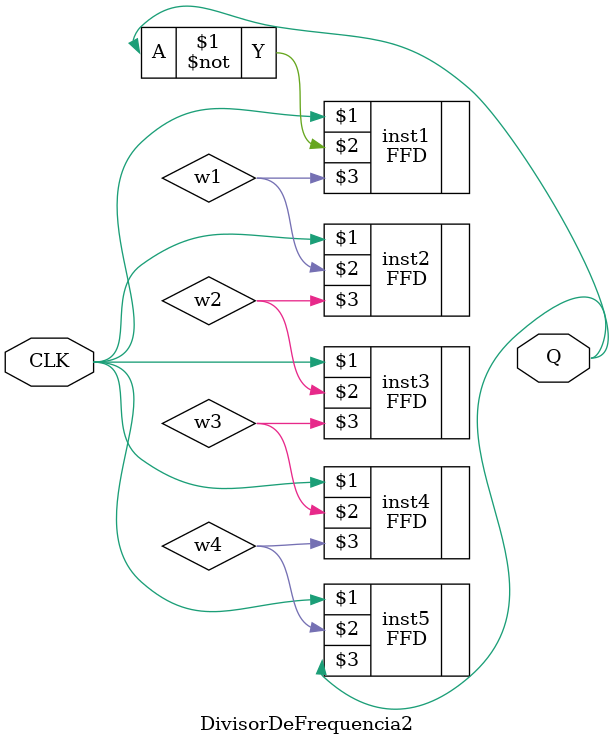
<source format=v>
module DivisorDeFrequencia2(CLK, Q);
	
	input CLK;
	output Q;
	
	wire w1, w2, w3, w4;
	
	/*Para o funcionamento do divisor de frequência, é apenas necessário postergar o pulso do clock. Para isso,
	/deve haver um encadeamento de flipflops. O escolhido foi do tipo D devido sua facilidade na implementação.
	*/
	
	//O divisor de frequência está dividindo o clock inicial em 5.
	FFD inst1(CLK, ~Q, w1);
	FFD inst2(CLK, w1, w2);
	FFD inst3(CLK, w2, w3);
	FFD inst4(CLK, w3, w4);
	FFD inst5(CLK, w4, Q);

endmodule
</source>
